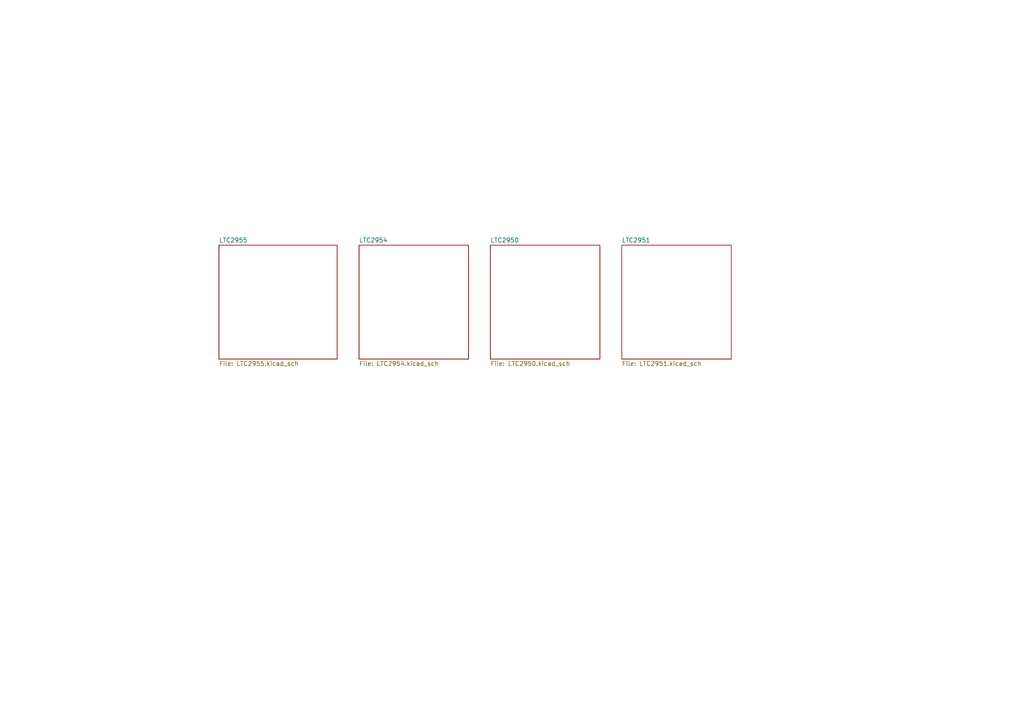
<source format=kicad_sch>
(kicad_sch
	(version 20250114)
	(generator "eeschema")
	(generator_version "9.0")
	(uuid "4b57954b-d816-4d1d-8c2d-90f953663908")
	(paper "A4")
	(lib_symbols)
	(sheet
		(at 142.24 71.12)
		(size 31.75 33.02)
		(exclude_from_sim no)
		(in_bom yes)
		(on_board yes)
		(dnp no)
		(fields_autoplaced yes)
		(stroke
			(width 0.1524)
			(type solid)
		)
		(fill
			(color 0 0 0 0.0000)
		)
		(uuid "4996a4e3-3167-4120-baba-b726a287f02b")
		(property "Sheetname" "LTC2950"
			(at 142.24 70.4084 0)
			(effects
				(font
					(size 1.27 1.27)
				)
				(justify left bottom)
			)
		)
		(property "Sheetfile" "LTC2950.kicad_sch"
			(at 142.24 104.7246 0)
			(effects
				(font
					(size 1.27 1.27)
				)
				(justify left top)
			)
		)
		(instances
			(project "push-button-controller"
				(path "/4b57954b-d816-4d1d-8c2d-90f953663908"
					(page "2")
				)
			)
		)
	)
	(sheet
		(at 180.34 71.12)
		(size 31.75 33.02)
		(exclude_from_sim no)
		(in_bom yes)
		(on_board yes)
		(dnp no)
		(fields_autoplaced yes)
		(stroke
			(width 0.1524)
			(type solid)
		)
		(fill
			(color 0 0 0 0.0000)
		)
		(uuid "d180a7e1-b655-4fd0-8769-0d63e35ac534")
		(property "Sheetname" "LTC2951"
			(at 180.34 70.4084 0)
			(effects
				(font
					(size 1.27 1.27)
				)
				(justify left bottom)
			)
		)
		(property "Sheetfile" "LTC2951.kicad_sch"
			(at 180.34 104.7246 0)
			(effects
				(font
					(size 1.27 1.27)
				)
				(justify left top)
			)
		)
		(instances
			(project "push-button-controller"
				(path "/4b57954b-d816-4d1d-8c2d-90f953663908"
					(page "4")
				)
			)
		)
	)
	(sheet
		(at 63.5 71.12)
		(size 34.29 33.02)
		(exclude_from_sim no)
		(in_bom yes)
		(on_board yes)
		(dnp no)
		(fields_autoplaced yes)
		(stroke
			(width 0.1524)
			(type solid)
		)
		(fill
			(color 0 0 0 0.0000)
		)
		(uuid "da01c227-1b50-4fd8-97fc-30010c7a78c4")
		(property "Sheetname" "LTC2955"
			(at 63.5 70.4084 0)
			(effects
				(font
					(size 1.27 1.27)
				)
				(justify left bottom)
			)
		)
		(property "Sheetfile" "LTC2955.kicad_sch"
			(at 63.5 104.7246 0)
			(effects
				(font
					(size 1.27 1.27)
				)
				(justify left top)
			)
		)
		(instances
			(project "push-button-controller"
				(path "/4b57954b-d816-4d1d-8c2d-90f953663908"
					(page "5")
				)
			)
		)
	)
	(sheet
		(at 104.14 71.12)
		(size 31.75 33.02)
		(exclude_from_sim no)
		(in_bom yes)
		(on_board yes)
		(dnp no)
		(fields_autoplaced yes)
		(stroke
			(width 0.1524)
			(type solid)
		)
		(fill
			(color 0 0 0 0.0000)
		)
		(uuid "eff106f3-c397-421f-b4e5-ab3d14757351")
		(property "Sheetname" "LTC2954"
			(at 104.14 70.4084 0)
			(effects
				(font
					(size 1.27 1.27)
				)
				(justify left bottom)
			)
		)
		(property "Sheetfile" "LTC2954.kicad_sch"
			(at 104.14 104.7246 0)
			(effects
				(font
					(size 1.27 1.27)
				)
				(justify left top)
			)
		)
		(instances
			(project "push-button-controller"
				(path "/4b57954b-d816-4d1d-8c2d-90f953663908"
					(page "3")
				)
			)
		)
	)
	(sheet_instances
		(path "/"
			(page "1")
		)
	)
	(embedded_fonts no)
)

</source>
